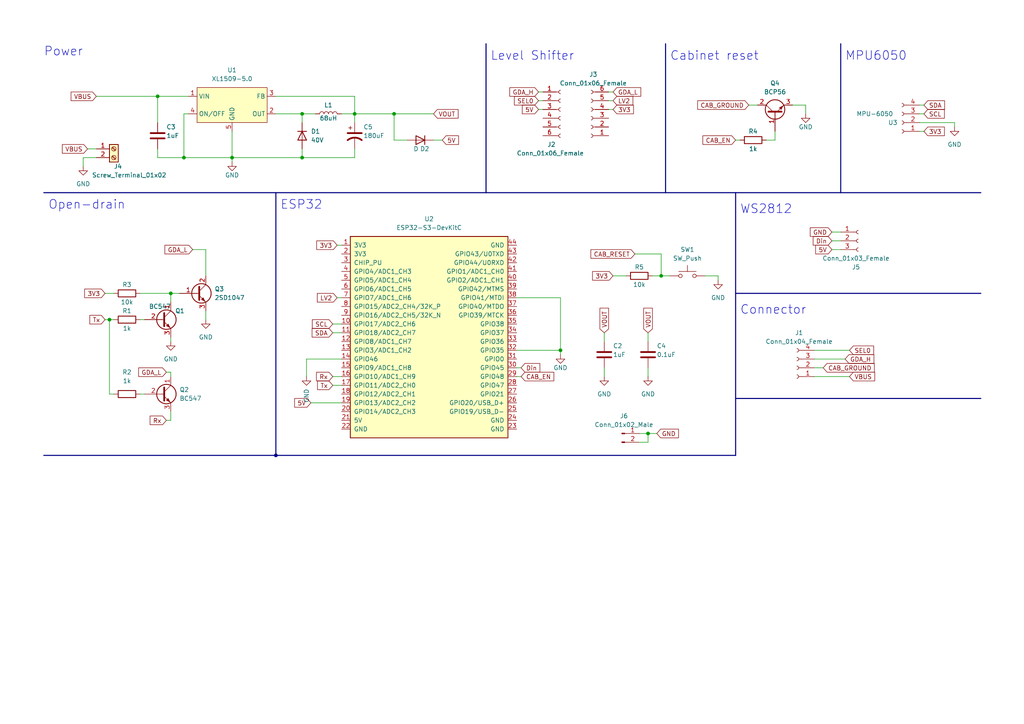
<source format=kicad_sch>
(kicad_sch (version 20211123) (generator eeschema)
  (paper "A4")
  (lib_symbols
    (symbol "Connector:Conn_01x02_Male" (pin_names (offset 1.016) hide)
      (property "Reference" "J" (at 0 2.54 0))
      (property "Value" "Conn_01x02_Male" (at 0 -5.08 0))
      (symbol "Conn_01x02_Male_1_1"
        (polyline (pts (xy 1.27 -2.54) (xy 0.8636 -2.54)) (stroke (width 0.1524)))
        (polyline (pts (xy 1.27 0) (xy 0.8636 0)) (stroke (width 0.1524)))
        (rectangle (start 0.8636 -2.413) (end 0 -2.667) (stroke (width 0.1524)) (fill (type outline)))
        (rectangle (start 0.8636 0.127) (end 0 -0.127) (stroke (width 0.1524)) (fill (type outline)))
        (pin passive line (at 5.08 0 180) (length 3.81) (name "Pin_1") (number "1"))
        (pin passive line (at 5.08 -2.54 180) (length 3.81) (name "Pin_2") (number "2"))
      )
    )
    (symbol "Connector:Conn_01x03_Female" (pin_names (offset 1.016) hide)
      (property "Reference" "J" (at 0 5.08 0))
      (property "Value" "Conn_01x03_Female" (at 0 -5.08 0))
      (symbol "Conn_01x03_Female_1_1"
        (arc (start 0 -2.032) (mid -0.508 -2.54) (end 0 -3.048) (stroke (width 0.1524)))
        (polyline (pts (xy -1.27 -2.54) (xy -0.508 -2.54)) (stroke (width 0.1524)))
        (polyline (pts (xy -1.27 0) (xy -0.508 0)) (stroke (width 0.1524)))
        (polyline (pts (xy -1.27 2.54) (xy -0.508 2.54)) (stroke (width 0.1524)))
        (arc (start 0 0.508) (mid -0.508 0) (end 0 -0.508) (stroke (width 0.1524)))
        (arc (start 0 3.048) (mid -0.508 2.54) (end 0 2.032) (stroke (width 0.1524)))
        (pin passive line (at -5.08 2.54 0) (length 3.81) (name "Pin_1") (number "1"))
        (pin passive line (at -5.08 0 0) (length 3.81) (name "Pin_2") (number "2"))
        (pin passive line (at -5.08 -2.54 0) (length 3.81) (name "Pin_3") (number "3"))
      )
    )
    (symbol "Connector:Conn_01x04_Female" (pin_names (offset 1.016) hide)
      (property "Reference" "J" (at 0 5.08 0))
      (property "Value" "Conn_01x04_Female" (at 0 -7.62 0))
      (symbol "Conn_01x04_Female_1_1"
        (arc (start 0 -4.572) (mid -0.508 -5.08) (end 0 -5.588) (stroke (width 0.1524)))
        (arc (start 0 -2.032) (mid -0.508 -2.54) (end 0 -3.048) (stroke (width 0.1524)))
        (polyline (pts (xy -1.27 -5.08) (xy -0.508 -5.08)) (stroke (width 0.1524)))
        (polyline (pts (xy -1.27 -2.54) (xy -0.508 -2.54)) (stroke (width 0.1524)))
        (polyline (pts (xy -1.27 0) (xy -0.508 0)) (stroke (width 0.1524)))
        (polyline (pts (xy -1.27 2.54) (xy -0.508 2.54)) (stroke (width 0.1524)))
        (arc (start 0 0.508) (mid -0.508 0) (end 0 -0.508) (stroke (width 0.1524)))
        (arc (start 0 3.048) (mid -0.508 2.54) (end 0 2.032) (stroke (width 0.1524)))
        (pin passive line (at -5.08 2.54 0) (length 3.81) (name "Pin_1") (number "1"))
        (pin passive line (at -5.08 0 0) (length 3.81) (name "Pin_2") (number "2"))
        (pin passive line (at -5.08 -2.54 0) (length 3.81) (name "Pin_3") (number "3"))
        (pin passive line (at -5.08 -5.08 0) (length 3.81) (name "Pin_4") (number "4"))
      )
    )
    (symbol "Connector:Conn_01x06_Female" (pin_names (offset 1.016) hide)
      (property "Reference" "J" (at 0 7.62 0))
      (property "Value" "Conn_01x06_Female" (at 0 -10.16 0))
      (symbol "Conn_01x06_Female_1_1"
        (arc (start 0 -7.112) (mid -0.508 -7.62) (end 0 -8.128) (stroke (width 0.1524)))
        (arc (start 0 -4.572) (mid -0.508 -5.08) (end 0 -5.588) (stroke (width 0.1524)))
        (arc (start 0 -2.032) (mid -0.508 -2.54) (end 0 -3.048) (stroke (width 0.1524)))
        (polyline (pts (xy -1.27 -7.62) (xy -0.508 -7.62)) (stroke (width 0.1524)))
        (polyline (pts (xy -1.27 -5.08) (xy -0.508 -5.08)) (stroke (width 0.1524)))
        (polyline (pts (xy -1.27 -2.54) (xy -0.508 -2.54)) (stroke (width 0.1524)))
        (polyline (pts (xy -1.27 0) (xy -0.508 0)) (stroke (width 0.1524)))
        (polyline (pts (xy -1.27 2.54) (xy -0.508 2.54)) (stroke (width 0.1524)))
        (polyline (pts (xy -1.27 5.08) (xy -0.508 5.08)) (stroke (width 0.1524)))
        (arc (start 0 0.508) (mid -0.508 0) (end 0 -0.508) (stroke (width 0.1524)))
        (arc (start 0 3.048) (mid -0.508 2.54) (end 0 2.032) (stroke (width 0.1524)))
        (arc (start 0 5.588) (mid -0.508 5.08) (end 0 4.572) (stroke (width 0.1524)))
        (pin passive line (at -5.08 5.08 0) (length 3.81) (name "Pin_1") (number "1"))
        (pin passive line (at -5.08 2.54 0) (length 3.81) (name "Pin_2") (number "2"))
        (pin passive line (at -5.08 0 0) (length 3.81) (name "Pin_3") (number "3"))
        (pin passive line (at -5.08 -2.54 0) (length 3.81) (name "Pin_4") (number "4"))
        (pin passive line (at -5.08 -5.08 0) (length 3.81) (name "Pin_5") (number "5"))
        (pin passive line (at -5.08 -7.62 0) (length 3.81) (name "Pin_6") (number "6"))
      )
    )
    (symbol "Connector:Screw_Terminal_01x02" (pin_names (offset 1.016) hide)
      (property "Reference" "J" (at 0 2.54 0))
      (property "Value" "Screw_Terminal_01x02" (at 0 -5.08 0))
      (symbol "Screw_Terminal_01x02_1_1"
        (rectangle (start -1.27 1.27) (end 1.27 -3.81) (stroke (width 0.254)) (fill (type background)))
        (circle (center 0 -2.54) (radius 0.635) (stroke (width 0.1524)))
        (polyline (pts (xy -0.5334 -2.2098) (xy 0.3302 -3.048)) (stroke (width 0.1524)))
        (polyline (pts (xy -0.5334 0.3302) (xy 0.3302 -0.508)) (stroke (width 0.1524)))
        (polyline (pts (xy -0.3556 -2.032) (xy 0.508 -2.8702)) (stroke (width 0.1524)))
        (polyline (pts (xy -0.3556 0.508) (xy 0.508 -0.3302)) (stroke (width 0.1524)))
        (circle (center 0 0) (radius 0.635) (stroke (width 0.1524)))
        (pin passive line (at -5.08 0 0) (length 3.81) (name "Pin_1") (number "1"))
        (pin passive line (at -5.08 -2.54 0) (length 3.81) (name "Pin_2") (number "2"))
      )
    )
    (symbol "Device:C" (pin_numbers hide) (pin_names (offset 0.254))
      (property "Reference" "C" (at 0.635 2.54 0))
      (property "Value" "C" (at 0.635 -2.54 0))
      (symbol "C_0_1"
        (polyline (pts (xy -2.032 -0.762) (xy 2.032 -0.762)) (stroke (width 0.508)))
        (polyline (pts (xy -2.032 0.762) (xy 2.032 0.762)) (stroke (width 0.508)))
      )
      (symbol "C_1_1"
        (pin passive line (at 0 3.81 270) (length 2.794) (name "~") (number "1"))
        (pin passive line (at 0 -3.81 90) (length 2.794) (name "~") (number "2"))
      )
    )
    (symbol "Device:C_Polarized_US" (pin_numbers hide) (pin_names (offset 0.254) hide)
      (property "Reference" "C" (at 0.635 2.54 0))
      (property "Value" "C_Polarized_US" (at 0.635 -2.54 0))
      (symbol "C_Polarized_US_0_1"
        (polyline (pts (xy -2.032 0.762) (xy 2.032 0.762)) (stroke (width 0.508)))
        (polyline (pts (xy -1.778 2.286) (xy -0.762 2.286)))
        (polyline (pts (xy -1.27 1.778) (xy -1.27 2.794)))
        (arc (start 2.032 -1.27) (mid 0 -0.5572) (end -2.032 -1.27) (stroke (width 0.508)))
      )
      (symbol "C_Polarized_US_1_1"
        (pin passive line (at 0 3.81 270) (length 2.794) (name "~") (number "1"))
        (pin passive line (at 0 -3.81 90) (length 3.302) (name "~") (number "2"))
      )
    )
    (symbol "Device:D" (pin_numbers hide) (pin_names (offset 1.016) hide)
      (property "Reference" "D" (at 0 2.54 0))
      (property "Value" "D" (at 0 -2.54 0))
      (symbol "D_0_1"
        (polyline (pts (xy -1.27 1.27) (xy -1.27 -1.27)) (stroke (width 0.254)))
        (polyline (pts (xy 1.27 0) (xy -1.27 0)))
        (polyline (pts (xy 1.27 1.27) (xy 1.27 -1.27) (xy -1.27 0) (xy 1.27 1.27)) (stroke (width 0.254)))
      )
      (symbol "D_1_1"
        (pin passive line (at -3.81 0 0) (length 2.54) (name "K") (number "1"))
        (pin passive line (at 3.81 0 180) (length 2.54) (name "A") (number "2"))
      )
    )
    (symbol "Device:L" (pin_numbers hide) (pin_names (offset 1.016) hide)
      (property "Reference" "L" (at -1.27 0 90))
      (property "Value" "L" (at 1.905 0 90))
      (symbol "L_0_1"
        (arc (start 0 -2.54) (mid 0.635 -1.905) (end 0 -1.27))
        (arc (start 0 -1.27) (mid 0.635 -0.635) (end 0 0))
        (arc (start 0 0) (mid 0.635 0.635) (end 0 1.27))
        (arc (start 0 1.27) (mid 0.635 1.905) (end 0 2.54))
      )
      (symbol "L_1_1"
        (pin passive line (at 0 3.81 270) (length 1.27) (name "1") (number "1"))
        (pin passive line (at 0 -3.81 90) (length 1.27) (name "2") (number "2"))
      )
    )
    (symbol "Device:R" (pin_numbers hide) (pin_names (offset 0))
      (property "Reference" "R" (at 2.032 0 90))
      (property "Value" "R" (at 0 0 90))
      (symbol "R_0_1"
        (rectangle (start -1.016 -2.54) (end 1.016 2.54) (stroke (width 0.254)))
      )
      (symbol "R_1_1"
        (pin passive line (at 0 3.81 270) (length 1.27) (name "~") (number "1"))
        (pin passive line (at 0 -3.81 90) (length 1.27) (name "~") (number "2"))
      )
    )
    (symbol "Espressif:ESP32-S3-DevKitC" (pin_names (offset 1.016))
      (property "Reference" "U" (at -22.86 33.02 0))
      (property "Value" "ESP32-S3-DevKitC" (at -22.86 30.48 0))
      (symbol "ESP32-S3-DevKitC_0_0"
        (pin bidirectional line (at -25.4 -7.62 0) (length 2.54) (name "GPIO46") (number "14"))
        (pin bidirectional line (at -25.4 -20.32 0) (length 2.54) (name "GPIO13/ADC2_CH2") (number "19"))
        (pin power_in line (at -25.4 22.86 0) (length 2.54) (name "3V3") (number "2"))
        (pin bidirectional line (at 25.4 12.7 180) (length 2.54) (name "GPIO42/MTMS") (number "39"))
        (pin bidirectional line (at 25.4 15.24 180) (length 2.54) (name "GPIO2/ADC1_CH1") (number "40"))
        (pin bidirectional line (at 25.4 17.78 180) (length 2.54) (name "GPIO1/ADC1_CH0") (number "41"))
        (pin bidirectional line (at 25.4 20.32 180) (length 2.54) (name "GPIO44/U0RXD") (number "42"))
        (pin bidirectional line (at 25.4 22.86 180) (length 2.54) (name "GPIO43/U0TXD") (number "43"))
        (pin power_in line (at 25.4 25.4 180) (length 2.54) (name "GND") (number "44"))
      )
      (symbol "ESP32-S3-DevKitC_0_1"
        (rectangle (start -22.86 27.94) (end 22.86 -30.48) (stroke (width 0.254)) (fill (type background)))
      )
      (symbol "ESP32-S3-DevKitC_1_1"
        (pin power_in line (at -25.4 25.4 0) (length 2.54) (name "3V3") (number "1"))
        (pin bidirectional line (at -25.4 2.54 0) (length 2.54) (name "GPIO17/ADC2_CH6") (number "10"))
        (pin bidirectional line (at -25.4 0 0) (length 2.54) (name "GPIO18/ADC2_CH7") (number "11"))
        (pin bidirectional line (at -25.4 -2.54 0) (length 2.54) (name "GPIO8/ADC1_CH7") (number "12"))
        (pin bidirectional line (at -25.4 -5.08 0) (length 2.54) (name "GPIO3/ADC1_CH2") (number "13"))
        (pin bidirectional line (at -25.4 -10.16 0) (length 2.54) (name "GPIO9/ADC1_CH8") (number "15"))
        (pin bidirectional line (at -25.4 -12.7 0) (length 2.54) (name "GPIO10/ADC1_CH9") (number "16"))
        (pin bidirectional line (at -25.4 -15.24 0) (length 2.54) (name "GPIO11/ADC2_CH0") (number "17"))
        (pin bidirectional line (at -25.4 -17.78 0) (length 2.54) (name "GPIO12/ADC2_CH1") (number "18"))
        (pin bidirectional line (at -25.4 -22.86 0) (length 2.54) (name "GPIO14/ADC2_CH3") (number "20"))
        (pin power_in line (at -25.4 -25.4 0) (length 2.54) (name "5V") (number "21"))
        (pin power_in line (at -25.4 -27.94 0) (length 2.54) (name "GND") (number "22"))
        (pin power_in line (at 25.4 -27.94 180) (length 2.54) (name "GND") (number "23"))
        (pin power_in line (at 25.4 -25.4 180) (length 2.54) (name "GND") (number "24"))
        (pin bidirectional line (at 25.4 -22.86 180) (length 2.54) (name "GPIO19/USB_D-") (number "25"))
        (pin bidirectional line (at 25.4 -20.32 180) (length 2.54) (name "GPIO20/USB_D+") (number "26"))
        (pin bidirectional line (at 25.4 -17.78 180) (length 2.54) (name "GPIO21") (number "27"))
        (pin bidirectional line (at 25.4 -15.24 180) (length 2.54) (name "GPIO47") (number "28"))
        (pin bidirectional line (at 25.4 -12.7 180) (length 2.54) (name "GPIO48") (number "29"))
        (pin input line (at -25.4 20.32 0) (length 2.54) (name "CHIP_PU") (number "3"))
        (pin bidirectional line (at 25.4 -10.16 180) (length 2.54) (name "GPIO45") (number "30"))
        (pin bidirectional line (at 25.4 -7.62 180) (length 2.54) (name "GPIO0") (number "31"))
        (pin bidirectional line (at 25.4 -5.08 180) (length 2.54) (name "GPIO35") (number "32"))
        (pin bidirectional line (at 25.4 -2.54 180) (length 2.54) (name "GPIO36") (number "33"))
        (pin bidirectional line (at 25.4 0 180) (length 2.54) (name "GPIO37") (number "34"))
        (pin bidirectional line (at 25.4 2.54 180) (length 2.54) (name "GPIO38") (number "35"))
        (pin bidirectional line (at 25.4 5.08 180) (length 2.54) (name "GPIO39/MTCK") (number "36"))
        (pin bidirectional line (at 25.4 7.62 180) (length 2.54) (name "GPIO40/MTDO") (number "37"))
        (pin bidirectional line (at 25.4 10.16 180) (length 2.54) (name "GPIO41/MTDI") (number "38"))
        (pin bidirectional line (at -25.4 17.78 0) (length 2.54) (name "GPIO4/ADC1_CH3") (number "4"))
        (pin bidirectional line (at -25.4 15.24 0) (length 2.54) (name "GPIO5/ADC1_CH4") (number "5"))
        (pin bidirectional line (at -25.4 12.7 0) (length 2.54) (name "GPIO6/ADC1_CH5") (number "6"))
        (pin bidirectional line (at -25.4 10.16 0) (length 2.54) (name "GPIO7/ADC1_CH6") (number "7"))
        (pin bidirectional line (at -25.4 7.62 0) (length 2.54) (name "GPIO15/ADC2_CH4/32K_P") (number "8"))
        (pin bidirectional line (at -25.4 5.08 0) (length 2.54) (name "GPIO16/ADC2_CH5/32K_N") (number "9"))
      )
    )
    (symbol "StackCabinet:XL1509-5.0"
      (property "Reference" "U2" (at 0 1.27 0))
      (property "Value" "XL1509-5.0" (at 0 -1.27 0))
      (symbol "XL1509-5.0_0_1"
        (rectangle (start -10.16 -3.81) (end 10.16 -13.97) (fill (type background)))
      )
      (symbol "XL1509-5.0_1_1"
        (pin power_in line (at -12.7 -6.35 0) (length 2.54) (name "VIN") (number "1"))
        (pin power_out line (at 12.7 -11.43 180) (length 2.54) (name "OUT") (number "2"))
        (pin output line (at 12.7 -6.35 180) (length 2.54) (name "FB") (number "3"))
        (pin input line (at -12.7 -11.43 0) (length 2.54) (name "ON/OFF") (number "4"))
        (pin power_in line (at 0 -16.51 90) (length 2.54) (name "GND") (number "5"))
      )
    )
    (symbol "Switch:SW_Push" (pin_numbers hide) (pin_names (offset 1.016) hide)
      (property "Reference" "SW" (at 1.27 2.54 0))
      (property "Value" "SW_Push" (at 0 -1.524 0))
      (symbol "SW_Push_0_1"
        (circle (center -2.032 0) (radius 0.508))
        (polyline (pts (xy 0 1.27) (xy 0 3.048)))
        (polyline (pts (xy 2.54 1.27) (xy -2.54 1.27)))
        (circle (center 2.032 0) (radius 0.508))
        (pin passive line (at -5.08 0 0) (length 2.54) (name "1") (number "1"))
        (pin passive line (at 5.08 0 180) (length 2.54) (name "2") (number "2"))
      )
    )
    (symbol "Transistor_BJT:2SD1047" (pin_names (offset 0) hide)
      (property "Reference" "Q" (at 6.35 1.905 0))
      (property "Value" "2SD1047" (at 6.35 0 0))
      (symbol "2SD1047_0_1"
        (polyline (pts (xy 0 0) (xy 0.762 0)))
        (polyline (pts (xy 0.635 0.635) (xy 2.54 2.54)))
        (polyline (pts (xy 0.635 -0.635) (xy 2.54 -2.54) (xy 2.54 -2.54)))
        (polyline (pts (xy 0.635 1.905) (xy 0.635 -1.905) (xy 0.635 -1.905)) (stroke (width 0.508)))
        (polyline (pts (xy 1.27 -1.778) (xy 1.778 -1.27) (xy 2.286 -2.286) (xy 1.27 -1.778) (xy 1.27 -1.778)) (fill (type outline)))
        (circle (center 1.27 0) (radius 2.8194) (stroke (width 0.254)))
      )
      (symbol "2SD1047_1_1"
        (pin input line (at -5.08 0 0) (length 5.08) (name "B") (number "1"))
        (pin passive line (at 2.54 5.08 270) (length 2.54) (name "C") (number "2"))
        (pin passive line (at 2.54 -5.08 90) (length 2.54) (name "E") (number "3"))
      )
    )
    (symbol "Transistor_BJT:BC547" (pin_names (offset 0) hide)
      (property "Reference" "Q" (at 5.08 1.905 0))
      (property "Value" "BC547" (at 5.08 0 0))
      (symbol "BC547_0_1"
        (polyline (pts (xy 0 0) (xy 0.635 0)))
        (polyline (pts (xy 0.635 0.635) (xy 2.54 2.54)))
        (polyline (pts (xy 0.635 -0.635) (xy 2.54 -2.54) (xy 2.54 -2.54)))
        (polyline (pts (xy 0.635 1.905) (xy 0.635 -1.905) (xy 0.635 -1.905)) (stroke (width 0.508)))
        (polyline (pts (xy 1.27 -1.778) (xy 1.778 -1.27) (xy 2.286 -2.286) (xy 1.27 -1.778) (xy 1.27 -1.778)) (fill (type outline)))
        (circle (center 1.27 0) (radius 2.8194) (stroke (width 0.254)))
      )
      (symbol "BC547_1_1"
        (pin passive line (at 2.54 5.08 270) (length 2.54) (name "C") (number "1"))
        (pin input line (at -5.08 0 0) (length 5.08) (name "B") (number "2"))
        (pin passive line (at 2.54 -5.08 90) (length 2.54) (name "E") (number "3"))
      )
    )
    (symbol "Transistor_BJT:BCP56" (pin_names (offset 0) hide)
      (property "Reference" "Q" (at 5.08 1.905 0))
      (property "Value" "BCP56" (at 5.08 0 0))
      (symbol "BCP56_0_1"
        (polyline (pts (xy 0.635 0.635) (xy 2.54 2.54)))
        (polyline (pts (xy 0.635 -0.635) (xy 2.54 -2.54) (xy 2.54 -2.54)))
        (polyline (pts (xy 0.635 1.905) (xy 0.635 -1.905) (xy 0.635 -1.905)) (stroke (width 0.508)))
        (polyline (pts (xy 1.27 -1.778) (xy 1.778 -1.27) (xy 2.286 -2.286) (xy 1.27 -1.778) (xy 1.27 -1.778)) (fill (type outline)))
        (circle (center 1.27 0) (radius 2.8194) (stroke (width 0.254)))
      )
      (symbol "BCP56_1_1"
        (pin input line (at -5.08 0 0) (length 5.715) (name "B") (number "1"))
        (pin passive line (at 2.54 5.08 270) (length 2.54) (name "C") (number "2"))
        (pin passive line (at 2.54 -5.08 90) (length 2.54) (name "E") (number "3"))
        (pin passive line (at 2.54 5.08 270) (length 2.54) hide (name "C") (number "4"))
      )
    )
    (symbol "power:GND" (power) (pin_names (offset 0))
      (property "Value" "GND" (at 0 -3.81 0))
      (symbol "GND_0_1"
        (polyline (pts (xy 0 0) (xy 0 -1.27) (xy 1.27 -1.27) (xy 0 -2.54) (xy -1.27 -1.27) (xy 0 -1.27)))
      )
      (symbol "GND_1_1"
        (pin power_in line (at 0 0 270) (length 0) hide (name "GND") (number "1"))
      )
    )
  )
  (junction (at 87.63 45.72))
  (junction (at 49.53 85.09))
  (junction (at 80.01 132.08))
  (junction (at 67.31 45.72))
  (junction (at 162.56 101.6))
  (junction (at 53.34 45.72))
  (junction (at 114.3 33.02))
  (junction (at 187.96 125.73))
  (junction (at 31.75 92.71))
  (junction (at 191.77 80.01))
  (junction (at 87.63 33.02))
  (junction (at 45.72 27.94))
  (junction (at 102.87 33.02))
  (wire (pts (xy 118.11 40.64) (xy 114.3 40.64)))
  (wire (pts (xy 156.21 29.21) (xy 157.48 29.21)))
  (wire (pts (xy 96.52 109.22) (xy 99.06 109.22)))
  (wire (pts (xy 96.52 111.76) (xy 99.06 111.76)))
  (wire (pts (xy 114.3 33.02) (xy 125.73 33.02)))
  (wire (pts (xy 49.53 85.09) (xy 49.53 87.63)))
  (wire (pts (xy 67.31 45.72) (xy 87.63 45.72)))
  (wire (pts (xy 149.86 86.36) (xy 162.56 86.36)))
  (bus (pts (xy 193.04 12.7) (xy 193.04 55.88)))
  (wire (pts (xy 149.86 106.68) (xy 151.13 106.68)))
  (wire (pts (xy 49.53 85.09) (xy 52.07 85.09)))
  (wire (pts (xy 27.94 27.94) (xy 45.72 27.94)))
  (wire (pts (xy 49.53 97.79) (xy 49.53 99.06)))
  (wire (pts (xy 90.17 116.84) (xy 99.06 116.84)))
  (wire (pts (xy 176.53 26.67) (xy 177.8 26.67)))
  (wire (pts (xy 162.56 101.6) (xy 162.56 102.87)))
  (wire (pts (xy 185.42 125.73) (xy 187.96 125.73)))
  (wire (pts (xy 187.96 106.68) (xy 187.96 109.22)))
  (wire (pts (xy 189.23 80.01) (xy 191.77 80.01)))
  (wire (pts (xy 25.4 43.18) (xy 27.94 43.18)))
  (wire (pts (xy 87.63 45.72) (xy 102.87 45.72)))
  (wire (pts (xy 48.26 107.95) (xy 49.53 107.95)))
  (wire (pts (xy 236.22 109.22) (xy 246.38 109.22)))
  (wire (pts (xy 175.26 96.52) (xy 175.26 99.06)))
  (wire (pts (xy 40.64 92.71) (xy 41.91 92.71)))
  (wire (pts (xy 55.88 72.39) (xy 59.69 72.39)))
  (wire (pts (xy 236.22 106.68) (xy 238.76 106.68)))
  (wire (pts (xy 114.3 40.64) (xy 114.3 33.02)))
  (wire (pts (xy 67.31 45.72) (xy 67.31 46.99)))
  (wire (pts (xy 99.06 33.02) (xy 102.87 33.02)))
  (bus (pts (xy 213.36 115.57) (xy 284.48 115.57)))
  (wire (pts (xy 59.69 90.17) (xy 59.69 92.71)))
  (wire (pts (xy 266.7 35.56) (xy 276.86 35.56)))
  (wire (pts (xy 187.96 96.52) (xy 187.96 99.06)))
  (wire (pts (xy 96.52 93.98) (xy 99.06 93.98)))
  (wire (pts (xy 49.53 119.38) (xy 49.53 121.92)))
  (wire (pts (xy 30.48 92.71) (xy 31.75 92.71)))
  (bus (pts (xy 80.01 55.88) (xy 80.01 132.08)))
  (wire (pts (xy 243.84 67.31) (xy 241.3 67.31)))
  (wire (pts (xy 97.79 71.12) (xy 99.06 71.12)))
  (wire (pts (xy 266.7 38.1) (xy 267.97 38.1)))
  (wire (pts (xy 45.72 43.18) (xy 45.72 45.72)))
  (wire (pts (xy 213.36 40.64) (xy 214.63 40.64)))
  (wire (pts (xy 224.79 38.1) (xy 224.79 40.64)))
  (bus (pts (xy 80.01 132.08) (xy 213.36 132.08)))
  (wire (pts (xy 245.11 104.14) (xy 236.22 104.14)))
  (wire (pts (xy 59.69 72.39) (xy 59.69 80.01)))
  (wire (pts (xy 217.17 30.48) (xy 219.71 30.48)))
  (wire (pts (xy 97.79 86.36) (xy 99.06 86.36)))
  (bus (pts (xy 213.36 85.09) (xy 284.48 85.09)))
  (wire (pts (xy 156.21 31.75) (xy 157.48 31.75)))
  (wire (pts (xy 175.26 106.68) (xy 175.26 109.22)))
  (bus (pts (xy 140.97 12.7) (xy 140.97 55.88)))
  (wire (pts (xy 184.15 73.66) (xy 191.77 73.66)))
  (wire (pts (xy 27.94 45.72) (xy 24.13 45.72)))
  (wire (pts (xy 187.96 125.73) (xy 187.96 128.27)))
  (wire (pts (xy 40.64 85.09) (xy 49.53 85.09)))
  (bus (pts (xy 12.7 132.08) (xy 80.01 132.08)))
  (wire (pts (xy 45.72 45.72) (xy 53.34 45.72)))
  (wire (pts (xy 87.63 33.02) (xy 91.44 33.02)))
  (wire (pts (xy 246.38 101.6) (xy 236.22 101.6)))
  (wire (pts (xy 45.72 27.94) (xy 45.72 35.56)))
  (wire (pts (xy 99.06 104.14) (xy 88.9 104.14)))
  (wire (pts (xy 185.42 128.27) (xy 187.96 128.27)))
  (wire (pts (xy 87.63 35.56) (xy 87.63 33.02)))
  (wire (pts (xy 87.63 45.72) (xy 87.63 43.18)))
  (wire (pts (xy 67.31 38.1) (xy 67.31 45.72)))
  (wire (pts (xy 88.9 104.14) (xy 88.9 109.22)))
  (wire (pts (xy 191.77 73.66) (xy 191.77 80.01)))
  (wire (pts (xy 53.34 45.72) (xy 67.31 45.72)))
  (bus (pts (xy 243.84 12.7) (xy 243.84 55.88)))
  (wire (pts (xy 187.96 125.73) (xy 190.5 125.73)))
  (wire (pts (xy 102.87 33.02) (xy 114.3 33.02)))
  (wire (pts (xy 102.87 45.72) (xy 102.87 43.18)))
  (wire (pts (xy 204.47 80.01) (xy 208.28 80.01)))
  (wire (pts (xy 48.26 121.92) (xy 49.53 121.92)))
  (wire (pts (xy 102.87 33.02) (xy 102.87 27.94)))
  (wire (pts (xy 162.56 86.36) (xy 162.56 101.6)))
  (wire (pts (xy 243.84 72.39) (xy 241.3 72.39)))
  (wire (pts (xy 53.34 33.02) (xy 53.34 45.72)))
  (wire (pts (xy 243.84 69.85) (xy 241.3 69.85)))
  (wire (pts (xy 266.7 30.48) (xy 267.97 30.48)))
  (wire (pts (xy 102.87 35.56) (xy 102.87 33.02)))
  (wire (pts (xy 31.75 92.71) (xy 31.75 114.3)))
  (wire (pts (xy 96.52 96.52) (xy 99.06 96.52)))
  (wire (pts (xy 276.86 35.56) (xy 276.86 36.83)))
  (wire (pts (xy 266.7 33.02) (xy 267.97 33.02)))
  (wire (pts (xy 54.61 33.02) (xy 53.34 33.02)))
  (wire (pts (xy 41.91 114.3) (xy 40.64 114.3)))
  (wire (pts (xy 31.75 92.71) (xy 33.02 92.71)))
  (wire (pts (xy 224.79 40.64) (xy 222.25 40.64)))
  (wire (pts (xy 177.8 80.01) (xy 181.61 80.01)))
  (wire (pts (xy 208.28 80.01) (xy 208.28 81.28)))
  (wire (pts (xy 45.72 27.94) (xy 54.61 27.94)))
  (wire (pts (xy 49.53 107.95) (xy 49.53 109.22)))
  (wire (pts (xy 149.86 109.22) (xy 151.13 109.22)))
  (wire (pts (xy 176.53 31.75) (xy 177.8 31.75)))
  (wire (pts (xy 102.87 27.94) (xy 80.01 27.94)))
  (wire (pts (xy 87.63 33.02) (xy 80.01 33.02)))
  (wire (pts (xy 233.68 30.48) (xy 233.68 33.02)))
  (wire (pts (xy 229.87 30.48) (xy 233.68 30.48)))
  (wire (pts (xy 191.77 80.01) (xy 194.31 80.01)))
  (bus (pts (xy 213.36 55.88) (xy 213.36 132.08)))
  (wire (pts (xy 31.75 114.3) (xy 33.02 114.3)))
  (wire (pts (xy 30.48 85.09) (xy 33.02 85.09)))
  (wire (pts (xy 24.13 45.72) (xy 24.13 48.26)))
  (wire (pts (xy 156.21 26.67) (xy 157.48 26.67)))
  (wire (pts (xy 149.86 101.6) (xy 162.56 101.6)))
  (wire (pts (xy 125.73 40.64) (xy 128.27 40.64)))
  (bus (pts (xy 12.7 55.88) (xy 284.48 55.88)))
  (wire (pts (xy 176.53 29.21) (xy 177.8 29.21)))
  (text "ESP32" (at 81.28 60.96 0) (effects (font (size 2.54 2.54)) (justify left bottom)))
  (text "WS2812" (at 214.63 62.23 0) (effects (font (size 2.54 2.54)) (justify left bottom)))
  (text "Power" (at 12.7 16.51 0) (effects (font (size 2.54 2.54)) (justify left bottom)))
  (text "Open-drain" (at 13.97 60.96 0) (effects (font (size 2.54 2.54)) (justify left bottom)))
  (text "Level Shifter" (at 142.24 17.78 0) (effects (font (size 2.54 2.54)) (justify left bottom)))
  (text "Connector" (at 214.63 91.44 0) (effects (font (size 2.54 2.54)) (justify left bottom)))
  (text "Cabinet reset" (at 194.31 17.78 0) (effects (font (size 2.54 2.54)) (justify left bottom)))
  (text "MPU6050" (at 245.11 17.78 0) (effects (font (size 2.54 2.54)) (justify left bottom)))
  (global_label "SDA" (shape input) (at 96.52 96.52 180) (property "Intersheet References" "${INTERSHEET_REFS}" (effects hide)))
  (global_label "SEL0" (shape input) (at 246.38 101.6 0) (property "Intersheet References" "${INTERSHEET_REFS}" (effects hide)))
  (global_label "3V3" (shape input) (at 97.79 71.12 180) (property "Intersheet References" "${INTERSHEET_REFS}" (effects hide)))
  (global_label "3V3" (shape input) (at 177.8 31.75 0) (property "Intersheet References" "${INTERSHEET_REFS}" (effects hide)))
  (global_label "Din" (shape input) (at 151.13 106.68 0) (property "Intersheet References" "${INTERSHEET_REFS}" (effects hide)))
  (global_label "VBUS" (shape input) (at 25.4 43.18 180) (property "Intersheet References" "${INTERSHEET_REFS}" (effects hide)))
  (global_label "LV2" (shape input) (at 177.8 29.21 0) (property "Intersheet References" "${INTERSHEET_REFS}" (effects hide)))
  (global_label "VOUT" (shape input) (at 125.73 33.02 0) (property "Intersheet References" "${INTERSHEET_REFS}" (effects hide)))
  (global_label "5V" (shape input) (at 241.3 72.39 180) (property "Intersheet References" "${INTERSHEET_REFS}" (effects hide)))
  (global_label "Din" (shape input) (at 241.3 69.85 180) (property "Intersheet References" "${INTERSHEET_REFS}" (effects hide)))
  (global_label "CAB_GROUND" (shape input) (at 238.76 106.68 0) (property "Intersheet References" "${INTERSHEET_REFS}" (effects hide)))
  (global_label "VOUT" (shape input) (at 175.26 96.52 90) (property "Intersheet References" "${INTERSHEET_REFS}" (effects hide)))
  (global_label "SDA" (shape input) (at 267.97 30.48 0) (property "Intersheet References" "${INTERSHEET_REFS}" (effects hide)))
  (global_label "3V3" (shape input) (at 30.48 85.09 180) (property "Intersheet References" "${INTERSHEET_REFS}" (effects hide)))
  (global_label "Tx" (shape input) (at 96.52 111.76 180) (property "Intersheet References" "${INTERSHEET_REFS}" (effects hide)))
  (global_label "GND" (shape input) (at 190.5 125.73 0) (property "Intersheet References" "${INTERSHEET_REFS}" (effects hide)))
  (global_label "GDA_L" (shape input) (at 48.26 107.95 180) (property "Intersheet References" "${INTERSHEET_REFS}" (effects hide)))
  (global_label "GDA_L" (shape input) (at 177.8 26.67 0) (property "Intersheet References" "${INTERSHEET_REFS}" (effects hide)))
  (global_label "5V" (shape input) (at 90.17 116.84 180) (property "Intersheet References" "${INTERSHEET_REFS}" (effects hide)))
  (global_label "GDA_L" (shape input) (at 55.88 72.39 180) (property "Intersheet References" "${INTERSHEET_REFS}" (effects hide)))
  (global_label "GDA_H" (shape input) (at 245.11 104.14 0) (property "Intersheet References" "${INTERSHEET_REFS}" (effects hide)))
  (global_label "SCL" (shape input) (at 267.97 33.02 0) (property "Intersheet References" "${INTERSHEET_REFS}" (effects hide)))
  (global_label "Rx" (shape input) (at 96.52 109.22 180) (property "Intersheet References" "${INTERSHEET_REFS}" (effects hide)))
  (global_label "GND" (shape input) (at 241.3 67.31 180) (property "Intersheet References" "${INTERSHEET_REFS}" (effects hide)))
  (global_label "LV2" (shape input) (at 97.79 86.36 180) (property "Intersheet References" "${INTERSHEET_REFS}" (effects hide)))
  (global_label "5V" (shape input) (at 156.21 31.75 180) (property "Intersheet References" "${INTERSHEET_REFS}" (effects hide)))
  (global_label "5V" (shape input) (at 128.27 40.64 0) (property "Intersheet References" "${INTERSHEET_REFS}" (effects hide)))
  (global_label "3V3" (shape input) (at 267.97 38.1 0) (property "Intersheet References" "${INTERSHEET_REFS}" (effects hide)))
  (global_label "Tx" (shape input) (at 30.48 92.71 180) (property "Intersheet References" "${INTERSHEET_REFS}" (effects hide)))
  (global_label "3V3" (shape input) (at 177.8 80.01 180) (property "Intersheet References" "${INTERSHEET_REFS}" (effects hide)))
  (global_label "CAB_RESET" (shape input) (at 184.15 73.66 180) (property "Intersheet References" "${INTERSHEET_REFS}" (effects hide)))
  (global_label "CAB_GROUND" (shape input) (at 217.17 30.48 180) (property "Intersheet References" "${INTERSHEET_REFS}" (effects hide)))
  (global_label "SCL" (shape input) (at 96.52 93.98 180) (property "Intersheet References" "${INTERSHEET_REFS}" (effects hide)))
  (global_label "VBUS" (shape input) (at 27.94 27.94 180) (property "Intersheet References" "${INTERSHEET_REFS}" (effects hide)))
  (global_label "GDA_H" (shape input) (at 156.21 26.67 180) (property "Intersheet References" "${INTERSHEET_REFS}" (effects hide)))
  (global_label "CAB_EN" (shape input) (at 151.13 109.22 0) (property "Intersheet References" "${INTERSHEET_REFS}" (effects hide)))
  (global_label "Rx" (shape input) (at 48.26 121.92 180) (property "Intersheet References" "${INTERSHEET_REFS}" (effects hide)))
  (global_label "VOUT" (shape input) (at 187.96 96.52 90) (property "Intersheet References" "${INTERSHEET_REFS}" (effects hide)))
  (global_label "CAB_EN" (shape input) (at 213.36 40.64 180) (property "Intersheet References" "${INTERSHEET_REFS}" (effects hide)))
  (global_label "VBUS" (shape input) (at 246.38 109.22 0) (property "Intersheet References" "${INTERSHEET_REFS}" (effects hide)))
  (global_label "SEL0" (shape input) (at 156.21 29.21 180) (property "Intersheet References" "${INTERSHEET_REFS}" (effects hide)))
  (symbol (lib_id "Connector:Conn_01x04_Female") (at 231.14 106.68 180) (unit 1)
    (property "Reference" "J1" (at 231.775 96.52 0))
    (property "Value" "Conn_01x04_Female" (at 231.775 99.06 0))
    (property "Footprint" "Connector_PinHeader_2.54mm:PinHeader_1x04_P2.54mm_Vertical" (effects hide))
  )
  (symbol (lib_id "Connector:Conn_01x02_Male") (at 180.34 125.73 0) (unit 1)
    (property "Reference" "J6" (at 180.975 120.65 0))
    (property "Value" "Conn_01x02_Male" (at 180.975 123.19 0))
    (property "Footprint" "TerminalBlock:TerminalBlock_Altech_AK300-2_P5.00mm" (effects hide))
  )
  (symbol (lib_id "power:GND") (at 233.68 33.02 0) (unit 1)
    (property "Reference" "#PWR04" (effects hide))
    (property "Value" "GND" (at 233.68 36.83 0))
  )
  (symbol (lib_id "Device:C") (at 45.72 39.37 0) (unit 1)
    (property "Reference" "C3" (at 48.26 36.83 0) (effects (justify left)))
    (property "Value" "1uF" (at 48.26 39.37 0) (effects (justify left)))
    (property "Footprint" "Capacitor_SMD:C_0805_2012Metric" (effects hide))
    (property "Datasheet" "https://datasheet.lcsc.com/lcsc/1811141612_YAGEO-CC0805KKX7R9BB105_C91185.pdf" (effects hide))
    (property "Mfr. Part#" "CC0805KKX7R9BB105" (effects hide))
    (property "LCSC. Part#" "C91185" (effects hide))
  )
  (symbol (lib_id "StackCabinet:XL1509-5.0") (at 67.31 21.59 0) (unit 1)
    (property "Reference" "U1" (at 67.31 20.32 0))
    (property "Value" "XL1509-5.0" (at 67.31 22.86 0))
    (property "Footprint" "StackCabinet:XLE1509" (effects hide))
    (property "Datasheet" "https://datasheet.lcsc.com/lcsc/1809050422_XLSEMI-XL1509-5-0E1_C61063.pdf" (effects hide))
    (property "Mfr. Part#" "XL1509-5.0E1" (effects hide))
    (property "LCSC. Part#" "C61063" (effects hide))
  )
  (symbol (lib_id "Transistor_BJT:2SD1047") (at 57.15 85.09 0) (unit 1)
    (property "Reference" "Q3" (at 62.23 83.8199 0) (effects (justify left)))
    (property "Value" "2SD1047" (at 62.23 86.3599 0) (effects (justify left)))
    (property "Footprint" "Package_TO_SOT_THT:TO-220-3_Vertical" (effects hide))
    (property "Datasheet" "http://www.st.com/resource/en/datasheet/2sd1047.pdf" (effects hide))
  )
  (symbol (lib_id "Connector:Conn_01x03_Female") (at 248.92 69.85 0) (unit 1)
    (property "Reference" "J5" (at 248.285 77.47 0))
    (property "Value" "Conn_01x03_Female" (at 248.285 74.93 0))
    (property "Footprint" "Connector_PinHeader_2.54mm:PinHeader_1x03_P2.54mm_Vertical" (effects hide))
  )
  (symbol (lib_id "Device:D") (at 121.92 40.64 180) (unit 1)
    (property "Reference" "D2" (at 123.19 43.18 0))
    (property "Value" "D" (at 120.65 43.18 0))
    (property "Footprint" "Resistor_THT:R_Box_L8.4mm_W2.5mm_P5.08mm" (effects hide))
  )
  (symbol (lib_id "power:GND") (at 88.9 109.22 0) (unit 1)
    (property "Reference" "#PWR0102" (effects hide))
    (property "Value" "GND" (at 88.9 116.84 90) (effects (justify left)))
  )
  (symbol (lib_id "power:GND") (at 49.53 99.06 0) (unit 1)
    (property "Reference" "#PWR05" (effects hide))
    (property "Value" "GND" (at 49.53 104.14 0))
  )
  (symbol (lib_id "Device:R") (at 36.83 92.71 90) (unit 1)
    (property "Reference" "R1" (at 36.83 90.17 90))
    (property "Value" "1k" (at 36.83 95.25 90))
    (property "Footprint" "Resistor_THT:R_Axial_DIN0207_L6.3mm_D2.5mm_P10.16mm_Horizontal" (effects hide))
  )
  (symbol (lib_id "power:GND") (at 67.31 46.99 0) (unit 1)
    (property "Reference" "#PWR03" (effects hide))
    (property "Value" "GND" (at 67.31 50.8 0))
  )
  (symbol (lib_id "Transistor_BJT:BC547") (at 46.99 114.3 0) (unit 1)
    (property "Reference" "Q2" (at 52.07 113.0299 0) (effects (justify left)))
    (property "Value" "BC547" (at 52.07 115.5699 0) (effects (justify left)))
    (property "Footprint" "Package_TO_SOT_THT:TO-92_Inline" (effects hide))
    (property "Datasheet" "https://www.onsemi.com/pub/Collateral/BC550-D.pdf" (effects hide))
  )
  (symbol (lib_id "Switch:SW_Push") (at 199.39 80.01 0) (unit 1)
    (property "Reference" "SW1" (at 199.39 72.39 0))
    (property "Value" "SW_Push" (at 199.39 74.93 0))
    (property "Footprint" "TerminalBlock_4Ucon:TerminalBlock_4Ucon_1x02_P3.50mm_Vertical" (effects hide))
  )
  (symbol (lib_id "power:GND") (at 59.69 92.71 0) (unit 1)
    (property "Reference" "#PWR06" (effects hide))
    (property "Value" "GND" (at 59.69 97.79 0))
  )
  (symbol (lib_id "Transistor_BJT:BC547") (at 46.99 92.71 0) (unit 1)
    (property "Reference" "Q1" (at 50.8 90.17 0) (effects (justify left)))
    (property "Value" "BC547" (at 43.18 88.9 0) (effects (justify left)))
    (property "Footprint" "Package_TO_SOT_THT:TO-92_Inline" (effects hide))
    (property "Datasheet" "https://www.onsemi.com/pub/Collateral/BC550-D.pdf" (effects hide))
  )
  (symbol (lib_id "Espressif:ESP32-S3-DevKitC") (at 124.46 96.52 0) (unit 1)
    (property "Reference" "U2" (at 124.46 63.5 0))
    (property "Value" "ESP32-S3-DevKitC" (at 124.46 66.04 0))
    (property "Footprint" "Espressif:ESP32-DevKitC" (effects hide))
  )
  (symbol (lib_id "Device:D") (at 87.63 39.37 270) (unit 1)
    (property "Reference" "D1" (at 90.17 38.1 90) (effects (justify left)))
    (property "Value" "40V" (at 90.17 40.64 90) (effects (justify left)))
    (property "Footprint" "Diode_SMD:D_SOD-123" (effects hide))
    (property "Datasheet" "https://datasheet.lcsc.com/lcsc/2205161616_KUU-DSK34_C3015221.pdf" (effects hide))
    (property "Mfr. Part#" "DSK34" (effects hide))
    (property "LCSC. Part#" "C3015221" (effects hide))
  )
  (symbol (lib_id "Connector:Screw_Terminal_01x02") (at 33.02 43.18 0) (unit 1)
    (property "Reference" "J4" (at 33.02 48.26 0) (effects (justify left)))
    (property "Value" "Screw_Terminal_01x02" (at 26.67 50.8 0) (effects (justify left)))
    (property "Footprint" "TerminalBlock_Altech:Altech_AK300_1x02_P5.00mm_45-Degree" (effects hide))
  )
  (symbol (lib_id "Connector:Conn_01x06_Female") (at 162.56 31.75 0) (unit 1)
    (property "Reference" "J2" (at 158.75 41.91 0) (effects (justify left)))
    (property "Value" "Conn_01x06_Female" (at 149.86 44.45 0) (effects (justify left)))
    (property "Footprint" "Connector_PinHeader_2.54mm:PinHeader_1x06_P2.54mm_Vertical" (effects hide))
  )
  (symbol (lib_id "Device:C") (at 175.26 102.87 0) (unit 1)
    (property "Reference" "C2" (at 177.8 100.33 0) (effects (justify left)))
    (property "Value" "1uF" (at 177.8 102.87 0) (effects (justify left)))
    (property "Footprint" "Capacitor_SMD:C_0805_2012Metric" (effects hide))
    (property "Datasheet" "https://datasheet.lcsc.com/lcsc/1811141612_YAGEO-CC0805KKX7R9BB105_C91185.pdf" (effects hide))
    (property "Mfr. Part#" "CC0805KKX7R9BB105" (effects hide))
    (property "LCSC. Part#" "C91185" (effects hide))
  )
  (symbol (lib_id "Device:R") (at 218.44 40.64 90) (unit 1)
    (property "Reference" "R4" (at 218.44 38.1 90))
    (property "Value" "1k" (at 218.44 43.18 90))
    (property "Footprint" "Resistor_SMD:R_0805_2012Metric" (effects hide))
  )
  (symbol (lib_id "Connector:Conn_01x06_Female") (at 171.45 34.29 180) (unit 1)
    (property "Reference" "J3" (at 172.085 21.59 0))
    (property "Value" "Conn_01x06_Female" (at 172.085 24.13 0))
    (property "Footprint" "Connector_PinHeader_2.54mm:PinHeader_1x06_P2.54mm_Vertical" (effects hide))
  )
  (symbol (lib_id "power:GND") (at 208.28 81.28 0) (unit 1)
    (property "Reference" "#PWR07" (effects hide))
    (property "Value" "GND" (at 208.28 86.36 0))
  )
  (symbol (lib_id "Device:R") (at 36.83 85.09 90) (unit 1)
    (property "Reference" "R3" (at 36.83 82.55 90))
    (property "Value" "10k" (at 36.83 87.63 90))
    (property "Footprint" "Resistor_THT:R_Axial_DIN0207_L6.3mm_D2.5mm_P10.16mm_Horizontal" (effects hide))
  )
  (symbol (lib_id "Connector:Conn_01x04_Female") (at 261.62 35.56 180) (unit 1)
    (property "Reference" "U3" (at 260.35 35.5601 0) (effects (justify left)))
    (property "Value" "MPU-6050" (at 259.08 33.02 0) (effects (justify left)))
    (property "Footprint" "Connector_PinHeader_2.54mm:PinHeader_1x04_P2.54mm_Vertical" (effects hide))
  )
  (symbol (lib_id "power:GND") (at 162.56 102.87 0) (unit 1)
    (property "Reference" "#PWR0101" (effects hide))
    (property "Value" "GND" (at 162.56 106.68 0))
  )
  (symbol (lib_id "Device:C") (at 187.96 102.87 0) (unit 1)
    (property "Reference" "C4" (at 190.5 100.33 0) (effects (justify left)))
    (property "Value" "0.1uF" (at 190.5 102.87 0) (effects (justify left)))
    (property "Footprint" "Capacitor_SMD:C_0805_2012Metric" (effects hide))
    (property "Datasheet" "https://datasheet.lcsc.com/lcsc/1912300933_TORCH-C0805B104K500NT_C476766.pdf" (effects hide))
    (property "Mfr. Part#" "C0805B104K500NT" (effects hide))
    (property "LCSC. Part#" "C476766" (effects hide))
  )
  (symbol (lib_id "power:GND") (at 175.26 109.22 0) (unit 1)
    (property "Reference" "#PWR01" (effects hide))
    (property "Value" "GND" (at 175.26 114.3 0))
  )
  (symbol (lib_id "power:GND") (at 24.13 48.26 0) (unit 1)
    (property "Reference" "#PWR0104" (effects hide))
    (property "Value" "GND" (at 24.13 53.34 0))
  )
  (symbol (lib_id "Transistor_BJT:BCP56") (at 224.79 33.02 90) (unit 1)
    (property "Reference" "Q4" (at 224.79 24.13 90))
    (property "Value" "BCP56" (at 224.79 26.67 90))
    (property "Footprint" "Package_TO_SOT_SMD:TO-263-3_TabPin2" (effects hide))
    (property "Datasheet" "http://cache.nxp.com/documents/data_sheet/BCP56_BCX56_BC56PA.pdf?pspll=1" (effects hide))
  )
  (symbol (lib_id "Device:R") (at 36.83 114.3 90) (unit 1)
    (property "Reference" "R2" (at 36.83 107.95 90))
    (property "Value" "1k" (at 36.83 110.49 90))
    (property "Footprint" "Resistor_THT:R_Axial_DIN0207_L6.3mm_D2.5mm_P10.16mm_Horizontal" (effects hide))
  )
  (symbol (lib_id "Device:C_Polarized_US") (at 102.87 39.37 0) (unit 1)
    (property "Reference" "C5" (at 105.41 36.83 0) (effects (justify left)))
    (property "Value" "180uF" (at 105.41 39.37 0) (effects (justify left)))
    (property "Footprint" "Capacitor_THT:CP_Radial_D8.0mm_P3.50mm" (effects hide))
    (property "Datasheet" "https://datasheet.lcsc.com/lcsc/1912111437_Ymin-LKMD0901V181MF_C442870.pdf" (effects hide))
    (property "Mfr. Part#" "LKMD0901V181MF" (effects hide))
    (property "LCSC. Part#" "C442870" (effects hide))
  )
  (symbol (lib_id "Device:R") (at 185.42 80.01 90) (unit 1)
    (property "Reference" "R5" (at 185.42 77.47 90))
    (property "Value" "10k" (at 185.42 82.55 90))
    (property "Footprint" "Resistor_SMD:R_0805_2012Metric" (effects hide))
  )
  (symbol (lib_id "power:GND") (at 187.96 109.22 0) (unit 1)
    (property "Reference" "#PWR02" (effects hide))
    (property "Value" "GND" (at 187.96 114.3 0))
  )
  (symbol (lib_id "power:GND") (at 276.86 36.83 0) (unit 1)
    (property "Reference" "#PWR0103" (effects hide))
    (property "Value" "GND" (at 276.86 41.91 0))
  )
  (symbol (lib_id "Device:L") (at 95.25 33.02 90) (unit 1)
    (property "Reference" "L1" (at 95.25 30.48 90))
    (property "Value" "68uH" (at 95.25 34.29 90))
    (property "Footprint" "Inductor_SMD:L_6.3x6.3_H3" (effects hide))
    (property "Datasheet" "https://datasheet.lcsc.com/lcsc/2210101200_SHOU-HAN-CYA0650-68UH_C5189964.pdf" (effects hide))
    (property "Mfr. Part#" "CYA0650-68UH" (effects hide))
    (property "LCSC. Part#" "C5189964" (effects hide))
  )
)
</source>
